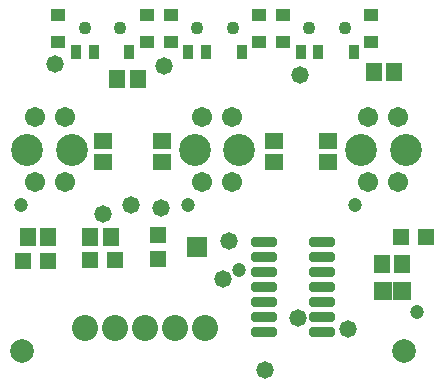
<source format=gts>
G04*
G04 #@! TF.GenerationSoftware,Altium Limited,Altium Designer,22.8.2 (66)*
G04*
G04 Layer_Color=8388736*
%FSLAX44Y44*%
%MOMM*%
G71*
G04*
G04 #@! TF.SameCoordinates,69D579BB-6610-4C83-93C2-135228772BCE*
G04*
G04*
G04 #@! TF.FilePolarity,Negative*
G04*
G01*
G75*
%ADD21R,0.9032X1.3032*%
%ADD22R,1.2032X1.0032*%
%ADD23R,1.3532X1.5532*%
%ADD24R,1.5032X1.6032*%
%ADD25R,1.4032X1.4032*%
%ADD26R,1.5532X1.3532*%
%ADD27R,1.7032X1.8032*%
G04:AMPARAMS|DCode=28|XSize=2.1732mm|YSize=0.8032mm|CornerRadius=0.1766mm|HoleSize=0mm|Usage=FLASHONLY|Rotation=180.000|XOffset=0mm|YOffset=0mm|HoleType=Round|Shape=RoundedRectangle|*
%AMROUNDEDRECTD28*
21,1,2.1732,0.4500,0,0,180.0*
21,1,1.8200,0.8032,0,0,180.0*
1,1,0.3532,-0.9100,0.2250*
1,1,0.3532,0.9100,0.2250*
1,1,0.3532,0.9100,-0.2250*
1,1,0.3532,-0.9100,-0.2250*
%
%ADD28ROUNDEDRECTD28*%
%ADD29C,1.1032*%
%ADD30C,1.7032*%
%ADD31C,1.2032*%
%ADD32C,2.7032*%
%ADD33C,2.2032*%
%ADD34C,2.0032*%
%ADD35C,1.4732*%
D21*
X349500Y663000D02*
D03*
X334500D02*
D03*
X379500D02*
D03*
X474500D02*
D03*
X429500D02*
D03*
X444500D02*
D03*
X569500D02*
D03*
X524500D02*
D03*
X539500D02*
D03*
D22*
X319500Y695000D02*
D03*
X394500D02*
D03*
Y672000D02*
D03*
X319500D02*
D03*
X414500D02*
D03*
X489500D02*
D03*
Y695000D02*
D03*
X414500D02*
D03*
X509500Y672000D02*
D03*
X584500D02*
D03*
Y695000D02*
D03*
X509500D02*
D03*
D23*
X386750Y640000D02*
D03*
X369250D02*
D03*
X311000Y507000D02*
D03*
X293500D02*
D03*
X346500D02*
D03*
X364000D02*
D03*
X610750Y484000D02*
D03*
X593250D02*
D03*
X586250Y646000D02*
D03*
X603750D02*
D03*
D24*
X610000Y461000D02*
D03*
X594000D02*
D03*
D25*
X367500Y487000D02*
D03*
X346500D02*
D03*
X404000Y508000D02*
D03*
Y488000D02*
D03*
X289500Y486000D02*
D03*
X310500D02*
D03*
X630500Y507000D02*
D03*
X609500D02*
D03*
D26*
X502000Y570250D02*
D03*
Y587750D02*
D03*
X357000Y570250D02*
D03*
Y587750D02*
D03*
X548000Y570250D02*
D03*
Y587750D02*
D03*
X407000Y570250D02*
D03*
Y587750D02*
D03*
D27*
X436500Y498000D02*
D03*
D28*
X542750Y425900D02*
D03*
Y438600D02*
D03*
Y451300D02*
D03*
Y464000D02*
D03*
Y476700D02*
D03*
Y489400D02*
D03*
Y502100D02*
D03*
X493250D02*
D03*
Y489400D02*
D03*
Y476700D02*
D03*
Y464000D02*
D03*
Y451300D02*
D03*
Y438600D02*
D03*
Y425900D02*
D03*
D29*
X342000Y683500D02*
D03*
X372000D02*
D03*
X467000D02*
D03*
X437000D02*
D03*
X562000D02*
D03*
X532000D02*
D03*
D30*
X466400Y553000D02*
D03*
X441000D02*
D03*
X466400Y608000D02*
D03*
X441000D02*
D03*
X324700Y553000D02*
D03*
X299300D02*
D03*
X324700Y608000D02*
D03*
X299300D02*
D03*
X607400Y553000D02*
D03*
X582000D02*
D03*
X607400Y608000D02*
D03*
X582000D02*
D03*
D31*
X429200Y534000D02*
D03*
X287500D02*
D03*
X570200D02*
D03*
X623000Y443000D02*
D03*
X472000Y479000D02*
D03*
D32*
X434700Y580500D02*
D03*
X472700D02*
D03*
X293000D02*
D03*
X331000D02*
D03*
X575700D02*
D03*
X613700D02*
D03*
D33*
X418400Y430000D02*
D03*
X393000D02*
D03*
X342200D02*
D03*
X367600D02*
D03*
X443800D02*
D03*
D34*
X289000Y410000D02*
D03*
X612000D02*
D03*
D35*
X565000Y429000D02*
D03*
X494000Y394000D02*
D03*
X464000Y503000D02*
D03*
X406000Y531000D02*
D03*
X381000Y534000D02*
D03*
X357000Y526000D02*
D03*
X524000Y644000D02*
D03*
X522000Y438000D02*
D03*
X409000Y651000D02*
D03*
X459000Y471000D02*
D03*
X317000Y653000D02*
D03*
M02*

</source>
